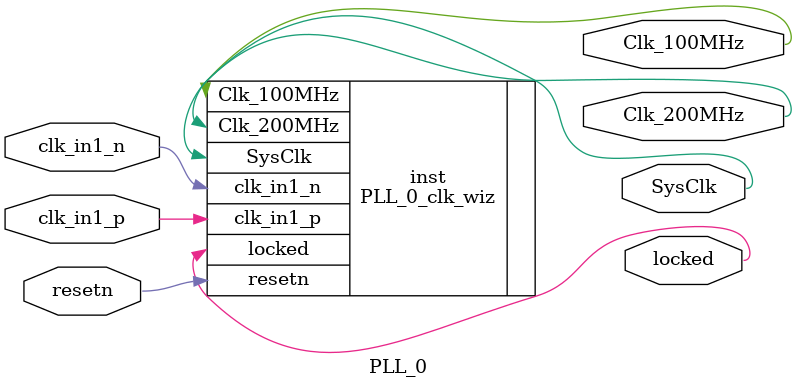
<source format=v>


`timescale 1ps/1ps

(* CORE_GENERATION_INFO = "PLL_0,clk_wiz_v6_0_12_0_0,{component_name=PLL_0,use_phase_alignment=true,use_min_o_jitter=false,use_max_i_jitter=false,use_dyn_phase_shift=false,use_inclk_switchover=false,use_dyn_reconfig=false,enable_axi=0,feedback_source=FDBK_AUTO,PRIMITIVE=MMCM,num_out_clk=3,clkin1_period=6.250,clkin2_period=10.0,use_power_down=false,use_reset=true,use_locked=true,use_inclk_stopped=false,feedback_type=SINGLE,CLOCK_MGR_TYPE=NA,manual_override=false}" *)

module PLL_0 
 (
  // Clock out ports
  output        Clk_100MHz,
  output        SysClk,
  output        Clk_200MHz,
  // Status and control signals
  input         resetn,
  output        locked,
 // Clock in ports
  input         clk_in1_p,
  input         clk_in1_n
 );

  PLL_0_clk_wiz inst
  (
  // Clock out ports  
  .Clk_100MHz(Clk_100MHz),
  .SysClk(SysClk),
  .Clk_200MHz(Clk_200MHz),
  // Status and control signals               
  .resetn(resetn), 
  .locked(locked),
 // Clock in ports
  .clk_in1_p(clk_in1_p),
  .clk_in1_n(clk_in1_n)
  );

endmodule

</source>
